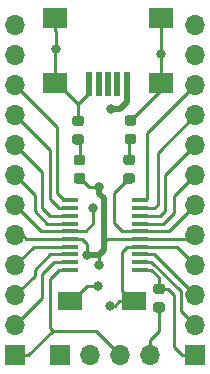
<source format=gtl>
G04 #@! TF.GenerationSoftware,KiCad,Pcbnew,(5.0.0)*
G04 #@! TF.CreationDate,2018-09-15T15:06:13-04:00*
G04 #@! TF.ProjectId,STMPod,53544D506F642E6B696361645F706362,rev?*
G04 #@! TF.SameCoordinates,Original*
G04 #@! TF.FileFunction,Copper,L1,Top,Signal*
G04 #@! TF.FilePolarity,Positive*
%FSLAX46Y46*%
G04 Gerber Fmt 4.6, Leading zero omitted, Abs format (unit mm)*
G04 Created by KiCad (PCBNEW (5.0.0)) date 09/15/18 15:06:13*
%MOMM*%
%LPD*%
G01*
G04 APERTURE LIST*
G04 #@! TA.AperFunction,SMDPad,CuDef*
%ADD10R,2.000000X1.600000*%
G04 #@! TD*
G04 #@! TA.AperFunction,SMDPad,CuDef*
%ADD11R,1.450000X0.450000*%
G04 #@! TD*
G04 #@! TA.AperFunction,ComponentPad*
%ADD12R,1.700000X1.700000*%
G04 #@! TD*
G04 #@! TA.AperFunction,ComponentPad*
%ADD13O,1.700000X1.700000*%
G04 #@! TD*
G04 #@! TA.AperFunction,SMDPad,CuDef*
%ADD14R,0.500000X2.000000*%
G04 #@! TD*
G04 #@! TA.AperFunction,SMDPad,CuDef*
%ADD15R,2.000000X1.700000*%
G04 #@! TD*
G04 #@! TA.AperFunction,Conductor*
%ADD16C,0.100000*%
G04 #@! TD*
G04 #@! TA.AperFunction,SMDPad,CuDef*
%ADD17C,0.875000*%
G04 #@! TD*
G04 #@! TA.AperFunction,ViaPad*
%ADD18C,0.800000*%
G04 #@! TD*
G04 #@! TA.AperFunction,Conductor*
%ADD19C,0.250000*%
G04 #@! TD*
G04 #@! TA.AperFunction,Conductor*
%ADD20C,0.500000*%
G04 #@! TD*
G04 APERTURE END LIST*
D10*
G04 #@! TO.P,SW1,2*
G04 #@! TO.N,GNDREF*
X172306000Y-97028000D03*
G04 #@! TO.P,SW1,1*
G04 #@! TO.N,/RESET*
X177706000Y-97028000D03*
G04 #@! TD*
D11*
G04 #@! TO.P,U1,1*
G04 #@! TO.N,/BOOT*
X178210000Y-94365000D03*
G04 #@! TO.P,U1,2*
G04 #@! TO.N,/OSC_0*
X178210000Y-93715000D03*
G04 #@! TO.P,U1,3*
G04 #@! TO.N,/OSC_1*
X178210000Y-93065000D03*
G04 #@! TO.P,U1,4*
G04 #@! TO.N,/RESET*
X178210000Y-92415000D03*
G04 #@! TO.P,U1,5*
G04 #@! TO.N,+3V3*
X178210000Y-91765000D03*
G04 #@! TO.P,U1,6*
G04 #@! TO.N,/PA0*
X178210000Y-91115000D03*
G04 #@! TO.P,U1,7*
G04 #@! TO.N,/PA1*
X178210000Y-90465000D03*
G04 #@! TO.P,U1,8*
G04 #@! TO.N,/PA2*
X178210000Y-89815000D03*
G04 #@! TO.P,U1,9*
G04 #@! TO.N,/PA3*
X178210000Y-89165000D03*
G04 #@! TO.P,U1,10*
G04 #@! TO.N,/PA4*
X178210000Y-88515000D03*
G04 #@! TO.P,U1,11*
G04 #@! TO.N,/PA5*
X172310000Y-88515000D03*
G04 #@! TO.P,U1,12*
G04 #@! TO.N,/PA6*
X172310000Y-89165000D03*
G04 #@! TO.P,U1,13*
G04 #@! TO.N,/PA7*
X172310000Y-89815000D03*
G04 #@! TO.P,U1,14*
G04 #@! TO.N,/PB1*
X172310000Y-90465000D03*
G04 #@! TO.P,U1,15*
G04 #@! TO.N,GNDREF*
X172310000Y-91115000D03*
G04 #@! TO.P,U1,16*
G04 #@! TO.N,+3V3*
X172310000Y-91765000D03*
G04 #@! TO.P,U1,17*
G04 #@! TO.N,/PA9*
X172310000Y-92415000D03*
G04 #@! TO.P,U1,18*
G04 #@! TO.N,/PA10*
X172310000Y-93065000D03*
G04 #@! TO.P,U1,19*
G04 #@! TO.N,/SWCLK*
X172310000Y-93715000D03*
G04 #@! TO.P,U1,20*
G04 #@! TO.N,/SWDIO*
X172310000Y-94365000D03*
G04 #@! TD*
D12*
G04 #@! TO.P,J1,1*
G04 #@! TO.N,+3V3*
X171450000Y-101600000D03*
D13*
G04 #@! TO.P,J1,2*
G04 #@! TO.N,/SWCLK*
X173990000Y-101600000D03*
G04 #@! TO.P,J1,3*
G04 #@! TO.N,/SWDIO*
X176530000Y-101600000D03*
G04 #@! TO.P,J1,4*
G04 #@! TO.N,GNDREF*
X179070000Y-101600000D03*
G04 #@! TD*
D12*
G04 #@! TO.P,J2,1*
G04 #@! TO.N,/BOOT*
X182880000Y-101600000D03*
D13*
G04 #@! TO.P,J2,2*
G04 #@! TO.N,/OSC_0*
X182880000Y-99060000D03*
G04 #@! TO.P,J2,3*
G04 #@! TO.N,/OSC_1*
X182880000Y-96520000D03*
G04 #@! TO.P,J2,4*
G04 #@! TO.N,/RESET*
X182880000Y-93980000D03*
G04 #@! TO.P,J2,5*
G04 #@! TO.N,+3V3*
X182880000Y-91440000D03*
G04 #@! TO.P,J2,6*
G04 #@! TO.N,/PA0*
X182880000Y-88900000D03*
G04 #@! TO.P,J2,7*
G04 #@! TO.N,/PA1*
X182880000Y-86360000D03*
G04 #@! TO.P,J2,8*
G04 #@! TO.N,/PA2*
X182880000Y-83820000D03*
G04 #@! TO.P,J2,9*
G04 #@! TO.N,/PA3*
X182880000Y-81280000D03*
G04 #@! TO.P,J2,10*
G04 #@! TO.N,/PA4*
X182880000Y-78740000D03*
G04 #@! TO.P,J2,11*
G04 #@! TO.N,+5V*
X182880000Y-76200000D03*
G04 #@! TO.P,J2,12*
G04 #@! TO.N,GNDREF*
X182880000Y-73660000D03*
G04 #@! TD*
G04 #@! TO.P,J3,12*
G04 #@! TO.N,GNDREF*
X167640000Y-73660000D03*
G04 #@! TO.P,J3,11*
G04 #@! TO.N,+3V3*
X167640000Y-76200000D03*
G04 #@! TO.P,J3,10*
G04 #@! TO.N,/PA5*
X167640000Y-78740000D03*
G04 #@! TO.P,J3,9*
G04 #@! TO.N,/PA6*
X167640000Y-81280000D03*
G04 #@! TO.P,J3,8*
G04 #@! TO.N,/PA7*
X167640000Y-83820000D03*
G04 #@! TO.P,J3,7*
G04 #@! TO.N,/PB1*
X167640000Y-86360000D03*
G04 #@! TO.P,J3,6*
G04 #@! TO.N,GNDREF*
X167640000Y-88900000D03*
G04 #@! TO.P,J3,5*
G04 #@! TO.N,+3V3*
X167640000Y-91440000D03*
G04 #@! TO.P,J3,4*
G04 #@! TO.N,/PA9*
X167640000Y-93980000D03*
G04 #@! TO.P,J3,3*
G04 #@! TO.N,/PA10*
X167640000Y-96520000D03*
G04 #@! TO.P,J3,2*
G04 #@! TO.N,/SWCLK*
X167640000Y-99060000D03*
D12*
G04 #@! TO.P,J3,1*
G04 #@! TO.N,/SWDIO*
X167640000Y-101600000D03*
G04 #@! TD*
D14*
G04 #@! TO.P,J4,1*
G04 #@! TO.N,+5V*
X177114000Y-78646000D03*
G04 #@! TO.P,J4,2*
G04 #@! TO.N,Net-(J4-Pad2)*
X176314000Y-78646000D03*
G04 #@! TO.P,J4,3*
G04 #@! TO.N,Net-(J4-Pad3)*
X175514000Y-78646000D03*
G04 #@! TO.P,J4,4*
G04 #@! TO.N,Net-(J4-Pad4)*
X174714000Y-78646000D03*
G04 #@! TO.P,J4,5*
G04 #@! TO.N,GNDREF*
X173914000Y-78646000D03*
D15*
G04 #@! TO.P,J4,6*
X179964000Y-78546000D03*
X179964000Y-73096000D03*
X171064000Y-78546000D03*
X171064000Y-73096000D03*
G04 #@! TD*
D16*
G04 #@! TO.N,/BOOT*
G04 #@! TO.C,R2*
G36*
X180109691Y-95550053D02*
X180130926Y-95553203D01*
X180151750Y-95558419D01*
X180171962Y-95565651D01*
X180191368Y-95574830D01*
X180209781Y-95585866D01*
X180227024Y-95598654D01*
X180242930Y-95613070D01*
X180257346Y-95628976D01*
X180270134Y-95646219D01*
X180281170Y-95664632D01*
X180290349Y-95684038D01*
X180297581Y-95704250D01*
X180302797Y-95725074D01*
X180305947Y-95746309D01*
X180307000Y-95767750D01*
X180307000Y-96205250D01*
X180305947Y-96226691D01*
X180302797Y-96247926D01*
X180297581Y-96268750D01*
X180290349Y-96288962D01*
X180281170Y-96308368D01*
X180270134Y-96326781D01*
X180257346Y-96344024D01*
X180242930Y-96359930D01*
X180227024Y-96374346D01*
X180209781Y-96387134D01*
X180191368Y-96398170D01*
X180171962Y-96407349D01*
X180151750Y-96414581D01*
X180130926Y-96419797D01*
X180109691Y-96422947D01*
X180088250Y-96424000D01*
X179575750Y-96424000D01*
X179554309Y-96422947D01*
X179533074Y-96419797D01*
X179512250Y-96414581D01*
X179492038Y-96407349D01*
X179472632Y-96398170D01*
X179454219Y-96387134D01*
X179436976Y-96374346D01*
X179421070Y-96359930D01*
X179406654Y-96344024D01*
X179393866Y-96326781D01*
X179382830Y-96308368D01*
X179373651Y-96288962D01*
X179366419Y-96268750D01*
X179361203Y-96247926D01*
X179358053Y-96226691D01*
X179357000Y-96205250D01*
X179357000Y-95767750D01*
X179358053Y-95746309D01*
X179361203Y-95725074D01*
X179366419Y-95704250D01*
X179373651Y-95684038D01*
X179382830Y-95664632D01*
X179393866Y-95646219D01*
X179406654Y-95628976D01*
X179421070Y-95613070D01*
X179436976Y-95598654D01*
X179454219Y-95585866D01*
X179472632Y-95574830D01*
X179492038Y-95565651D01*
X179512250Y-95558419D01*
X179533074Y-95553203D01*
X179554309Y-95550053D01*
X179575750Y-95549000D01*
X180088250Y-95549000D01*
X180109691Y-95550053D01*
X180109691Y-95550053D01*
G37*
D17*
G04 #@! TD*
G04 #@! TO.P,R2,1*
G04 #@! TO.N,/BOOT*
X179832000Y-95986500D03*
D16*
G04 #@! TO.N,GNDREF*
G04 #@! TO.C,R2*
G36*
X180109691Y-97125053D02*
X180130926Y-97128203D01*
X180151750Y-97133419D01*
X180171962Y-97140651D01*
X180191368Y-97149830D01*
X180209781Y-97160866D01*
X180227024Y-97173654D01*
X180242930Y-97188070D01*
X180257346Y-97203976D01*
X180270134Y-97221219D01*
X180281170Y-97239632D01*
X180290349Y-97259038D01*
X180297581Y-97279250D01*
X180302797Y-97300074D01*
X180305947Y-97321309D01*
X180307000Y-97342750D01*
X180307000Y-97780250D01*
X180305947Y-97801691D01*
X180302797Y-97822926D01*
X180297581Y-97843750D01*
X180290349Y-97863962D01*
X180281170Y-97883368D01*
X180270134Y-97901781D01*
X180257346Y-97919024D01*
X180242930Y-97934930D01*
X180227024Y-97949346D01*
X180209781Y-97962134D01*
X180191368Y-97973170D01*
X180171962Y-97982349D01*
X180151750Y-97989581D01*
X180130926Y-97994797D01*
X180109691Y-97997947D01*
X180088250Y-97999000D01*
X179575750Y-97999000D01*
X179554309Y-97997947D01*
X179533074Y-97994797D01*
X179512250Y-97989581D01*
X179492038Y-97982349D01*
X179472632Y-97973170D01*
X179454219Y-97962134D01*
X179436976Y-97949346D01*
X179421070Y-97934930D01*
X179406654Y-97919024D01*
X179393866Y-97901781D01*
X179382830Y-97883368D01*
X179373651Y-97863962D01*
X179366419Y-97843750D01*
X179361203Y-97822926D01*
X179358053Y-97801691D01*
X179357000Y-97780250D01*
X179357000Y-97342750D01*
X179358053Y-97321309D01*
X179361203Y-97300074D01*
X179366419Y-97279250D01*
X179373651Y-97259038D01*
X179382830Y-97239632D01*
X179393866Y-97221219D01*
X179406654Y-97203976D01*
X179421070Y-97188070D01*
X179436976Y-97173654D01*
X179454219Y-97160866D01*
X179472632Y-97149830D01*
X179492038Y-97140651D01*
X179512250Y-97133419D01*
X179533074Y-97128203D01*
X179554309Y-97125053D01*
X179575750Y-97124000D01*
X180088250Y-97124000D01*
X180109691Y-97125053D01*
X180109691Y-97125053D01*
G37*
D17*
G04 #@! TD*
G04 #@! TO.P,R2,2*
G04 #@! TO.N,GNDREF*
X179832000Y-97561500D03*
D16*
G04 #@! TO.N,GNDREF*
G04 #@! TO.C,R3*
G36*
X173251691Y-81326053D02*
X173272926Y-81329203D01*
X173293750Y-81334419D01*
X173313962Y-81341651D01*
X173333368Y-81350830D01*
X173351781Y-81361866D01*
X173369024Y-81374654D01*
X173384930Y-81389070D01*
X173399346Y-81404976D01*
X173412134Y-81422219D01*
X173423170Y-81440632D01*
X173432349Y-81460038D01*
X173439581Y-81480250D01*
X173444797Y-81501074D01*
X173447947Y-81522309D01*
X173449000Y-81543750D01*
X173449000Y-81981250D01*
X173447947Y-82002691D01*
X173444797Y-82023926D01*
X173439581Y-82044750D01*
X173432349Y-82064962D01*
X173423170Y-82084368D01*
X173412134Y-82102781D01*
X173399346Y-82120024D01*
X173384930Y-82135930D01*
X173369024Y-82150346D01*
X173351781Y-82163134D01*
X173333368Y-82174170D01*
X173313962Y-82183349D01*
X173293750Y-82190581D01*
X173272926Y-82195797D01*
X173251691Y-82198947D01*
X173230250Y-82200000D01*
X172717750Y-82200000D01*
X172696309Y-82198947D01*
X172675074Y-82195797D01*
X172654250Y-82190581D01*
X172634038Y-82183349D01*
X172614632Y-82174170D01*
X172596219Y-82163134D01*
X172578976Y-82150346D01*
X172563070Y-82135930D01*
X172548654Y-82120024D01*
X172535866Y-82102781D01*
X172524830Y-82084368D01*
X172515651Y-82064962D01*
X172508419Y-82044750D01*
X172503203Y-82023926D01*
X172500053Y-82002691D01*
X172499000Y-81981250D01*
X172499000Y-81543750D01*
X172500053Y-81522309D01*
X172503203Y-81501074D01*
X172508419Y-81480250D01*
X172515651Y-81460038D01*
X172524830Y-81440632D01*
X172535866Y-81422219D01*
X172548654Y-81404976D01*
X172563070Y-81389070D01*
X172578976Y-81374654D01*
X172596219Y-81361866D01*
X172614632Y-81350830D01*
X172634038Y-81341651D01*
X172654250Y-81334419D01*
X172675074Y-81329203D01*
X172696309Y-81326053D01*
X172717750Y-81325000D01*
X173230250Y-81325000D01*
X173251691Y-81326053D01*
X173251691Y-81326053D01*
G37*
D17*
G04 #@! TD*
G04 #@! TO.P,R3,2*
G04 #@! TO.N,GNDREF*
X172974000Y-81762500D03*
D16*
G04 #@! TO.N,Net-(D1-Pad1)*
G04 #@! TO.C,R3*
G36*
X173251691Y-82901053D02*
X173272926Y-82904203D01*
X173293750Y-82909419D01*
X173313962Y-82916651D01*
X173333368Y-82925830D01*
X173351781Y-82936866D01*
X173369024Y-82949654D01*
X173384930Y-82964070D01*
X173399346Y-82979976D01*
X173412134Y-82997219D01*
X173423170Y-83015632D01*
X173432349Y-83035038D01*
X173439581Y-83055250D01*
X173444797Y-83076074D01*
X173447947Y-83097309D01*
X173449000Y-83118750D01*
X173449000Y-83556250D01*
X173447947Y-83577691D01*
X173444797Y-83598926D01*
X173439581Y-83619750D01*
X173432349Y-83639962D01*
X173423170Y-83659368D01*
X173412134Y-83677781D01*
X173399346Y-83695024D01*
X173384930Y-83710930D01*
X173369024Y-83725346D01*
X173351781Y-83738134D01*
X173333368Y-83749170D01*
X173313962Y-83758349D01*
X173293750Y-83765581D01*
X173272926Y-83770797D01*
X173251691Y-83773947D01*
X173230250Y-83775000D01*
X172717750Y-83775000D01*
X172696309Y-83773947D01*
X172675074Y-83770797D01*
X172654250Y-83765581D01*
X172634038Y-83758349D01*
X172614632Y-83749170D01*
X172596219Y-83738134D01*
X172578976Y-83725346D01*
X172563070Y-83710930D01*
X172548654Y-83695024D01*
X172535866Y-83677781D01*
X172524830Y-83659368D01*
X172515651Y-83639962D01*
X172508419Y-83619750D01*
X172503203Y-83598926D01*
X172500053Y-83577691D01*
X172499000Y-83556250D01*
X172499000Y-83118750D01*
X172500053Y-83097309D01*
X172503203Y-83076074D01*
X172508419Y-83055250D01*
X172515651Y-83035038D01*
X172524830Y-83015632D01*
X172535866Y-82997219D01*
X172548654Y-82979976D01*
X172563070Y-82964070D01*
X172578976Y-82949654D01*
X172596219Y-82936866D01*
X172614632Y-82925830D01*
X172634038Y-82916651D01*
X172654250Y-82909419D01*
X172675074Y-82904203D01*
X172696309Y-82901053D01*
X172717750Y-82900000D01*
X173230250Y-82900000D01*
X173251691Y-82901053D01*
X173251691Y-82901053D01*
G37*
D17*
G04 #@! TD*
G04 #@! TO.P,R3,1*
G04 #@! TO.N,Net-(D1-Pad1)*
X172974000Y-83337500D03*
D16*
G04 #@! TO.N,Net-(D2-Pad1)*
G04 #@! TO.C,R4*
G36*
X177696691Y-82875553D02*
X177717926Y-82878703D01*
X177738750Y-82883919D01*
X177758962Y-82891151D01*
X177778368Y-82900330D01*
X177796781Y-82911366D01*
X177814024Y-82924154D01*
X177829930Y-82938570D01*
X177844346Y-82954476D01*
X177857134Y-82971719D01*
X177868170Y-82990132D01*
X177877349Y-83009538D01*
X177884581Y-83029750D01*
X177889797Y-83050574D01*
X177892947Y-83071809D01*
X177894000Y-83093250D01*
X177894000Y-83530750D01*
X177892947Y-83552191D01*
X177889797Y-83573426D01*
X177884581Y-83594250D01*
X177877349Y-83614462D01*
X177868170Y-83633868D01*
X177857134Y-83652281D01*
X177844346Y-83669524D01*
X177829930Y-83685430D01*
X177814024Y-83699846D01*
X177796781Y-83712634D01*
X177778368Y-83723670D01*
X177758962Y-83732849D01*
X177738750Y-83740081D01*
X177717926Y-83745297D01*
X177696691Y-83748447D01*
X177675250Y-83749500D01*
X177162750Y-83749500D01*
X177141309Y-83748447D01*
X177120074Y-83745297D01*
X177099250Y-83740081D01*
X177079038Y-83732849D01*
X177059632Y-83723670D01*
X177041219Y-83712634D01*
X177023976Y-83699846D01*
X177008070Y-83685430D01*
X176993654Y-83669524D01*
X176980866Y-83652281D01*
X176969830Y-83633868D01*
X176960651Y-83614462D01*
X176953419Y-83594250D01*
X176948203Y-83573426D01*
X176945053Y-83552191D01*
X176944000Y-83530750D01*
X176944000Y-83093250D01*
X176945053Y-83071809D01*
X176948203Y-83050574D01*
X176953419Y-83029750D01*
X176960651Y-83009538D01*
X176969830Y-82990132D01*
X176980866Y-82971719D01*
X176993654Y-82954476D01*
X177008070Y-82938570D01*
X177023976Y-82924154D01*
X177041219Y-82911366D01*
X177059632Y-82900330D01*
X177079038Y-82891151D01*
X177099250Y-82883919D01*
X177120074Y-82878703D01*
X177141309Y-82875553D01*
X177162750Y-82874500D01*
X177675250Y-82874500D01*
X177696691Y-82875553D01*
X177696691Y-82875553D01*
G37*
D17*
G04 #@! TD*
G04 #@! TO.P,R4,1*
G04 #@! TO.N,Net-(D2-Pad1)*
X177419000Y-83312000D03*
D16*
G04 #@! TO.N,GNDREF*
G04 #@! TO.C,R4*
G36*
X177696691Y-81300553D02*
X177717926Y-81303703D01*
X177738750Y-81308919D01*
X177758962Y-81316151D01*
X177778368Y-81325330D01*
X177796781Y-81336366D01*
X177814024Y-81349154D01*
X177829930Y-81363570D01*
X177844346Y-81379476D01*
X177857134Y-81396719D01*
X177868170Y-81415132D01*
X177877349Y-81434538D01*
X177884581Y-81454750D01*
X177889797Y-81475574D01*
X177892947Y-81496809D01*
X177894000Y-81518250D01*
X177894000Y-81955750D01*
X177892947Y-81977191D01*
X177889797Y-81998426D01*
X177884581Y-82019250D01*
X177877349Y-82039462D01*
X177868170Y-82058868D01*
X177857134Y-82077281D01*
X177844346Y-82094524D01*
X177829930Y-82110430D01*
X177814024Y-82124846D01*
X177796781Y-82137634D01*
X177778368Y-82148670D01*
X177758962Y-82157849D01*
X177738750Y-82165081D01*
X177717926Y-82170297D01*
X177696691Y-82173447D01*
X177675250Y-82174500D01*
X177162750Y-82174500D01*
X177141309Y-82173447D01*
X177120074Y-82170297D01*
X177099250Y-82165081D01*
X177079038Y-82157849D01*
X177059632Y-82148670D01*
X177041219Y-82137634D01*
X177023976Y-82124846D01*
X177008070Y-82110430D01*
X176993654Y-82094524D01*
X176980866Y-82077281D01*
X176969830Y-82058868D01*
X176960651Y-82039462D01*
X176953419Y-82019250D01*
X176948203Y-81998426D01*
X176945053Y-81977191D01*
X176944000Y-81955750D01*
X176944000Y-81518250D01*
X176945053Y-81496809D01*
X176948203Y-81475574D01*
X176953419Y-81454750D01*
X176960651Y-81434538D01*
X176969830Y-81415132D01*
X176980866Y-81396719D01*
X176993654Y-81379476D01*
X177008070Y-81363570D01*
X177023976Y-81349154D01*
X177041219Y-81336366D01*
X177059632Y-81325330D01*
X177079038Y-81316151D01*
X177099250Y-81308919D01*
X177120074Y-81303703D01*
X177141309Y-81300553D01*
X177162750Y-81299500D01*
X177675250Y-81299500D01*
X177696691Y-81300553D01*
X177696691Y-81300553D01*
G37*
D17*
G04 #@! TD*
G04 #@! TO.P,R4,2*
G04 #@! TO.N,GNDREF*
X177419000Y-81737000D03*
D16*
G04 #@! TO.N,Net-(D1-Pad1)*
G04 #@! TO.C,D1*
G36*
X173378691Y-84628053D02*
X173399926Y-84631203D01*
X173420750Y-84636419D01*
X173440962Y-84643651D01*
X173460368Y-84652830D01*
X173478781Y-84663866D01*
X173496024Y-84676654D01*
X173511930Y-84691070D01*
X173526346Y-84706976D01*
X173539134Y-84724219D01*
X173550170Y-84742632D01*
X173559349Y-84762038D01*
X173566581Y-84782250D01*
X173571797Y-84803074D01*
X173574947Y-84824309D01*
X173576000Y-84845750D01*
X173576000Y-85283250D01*
X173574947Y-85304691D01*
X173571797Y-85325926D01*
X173566581Y-85346750D01*
X173559349Y-85366962D01*
X173550170Y-85386368D01*
X173539134Y-85404781D01*
X173526346Y-85422024D01*
X173511930Y-85437930D01*
X173496024Y-85452346D01*
X173478781Y-85465134D01*
X173460368Y-85476170D01*
X173440962Y-85485349D01*
X173420750Y-85492581D01*
X173399926Y-85497797D01*
X173378691Y-85500947D01*
X173357250Y-85502000D01*
X172844750Y-85502000D01*
X172823309Y-85500947D01*
X172802074Y-85497797D01*
X172781250Y-85492581D01*
X172761038Y-85485349D01*
X172741632Y-85476170D01*
X172723219Y-85465134D01*
X172705976Y-85452346D01*
X172690070Y-85437930D01*
X172675654Y-85422024D01*
X172662866Y-85404781D01*
X172651830Y-85386368D01*
X172642651Y-85366962D01*
X172635419Y-85346750D01*
X172630203Y-85325926D01*
X172627053Y-85304691D01*
X172626000Y-85283250D01*
X172626000Y-84845750D01*
X172627053Y-84824309D01*
X172630203Y-84803074D01*
X172635419Y-84782250D01*
X172642651Y-84762038D01*
X172651830Y-84742632D01*
X172662866Y-84724219D01*
X172675654Y-84706976D01*
X172690070Y-84691070D01*
X172705976Y-84676654D01*
X172723219Y-84663866D01*
X172741632Y-84652830D01*
X172761038Y-84643651D01*
X172781250Y-84636419D01*
X172802074Y-84631203D01*
X172823309Y-84628053D01*
X172844750Y-84627000D01*
X173357250Y-84627000D01*
X173378691Y-84628053D01*
X173378691Y-84628053D01*
G37*
D17*
G04 #@! TD*
G04 #@! TO.P,D1,1*
G04 #@! TO.N,Net-(D1-Pad1)*
X173101000Y-85064500D03*
D16*
G04 #@! TO.N,+3V3*
G04 #@! TO.C,D1*
G36*
X173378691Y-86203053D02*
X173399926Y-86206203D01*
X173420750Y-86211419D01*
X173440962Y-86218651D01*
X173460368Y-86227830D01*
X173478781Y-86238866D01*
X173496024Y-86251654D01*
X173511930Y-86266070D01*
X173526346Y-86281976D01*
X173539134Y-86299219D01*
X173550170Y-86317632D01*
X173559349Y-86337038D01*
X173566581Y-86357250D01*
X173571797Y-86378074D01*
X173574947Y-86399309D01*
X173576000Y-86420750D01*
X173576000Y-86858250D01*
X173574947Y-86879691D01*
X173571797Y-86900926D01*
X173566581Y-86921750D01*
X173559349Y-86941962D01*
X173550170Y-86961368D01*
X173539134Y-86979781D01*
X173526346Y-86997024D01*
X173511930Y-87012930D01*
X173496024Y-87027346D01*
X173478781Y-87040134D01*
X173460368Y-87051170D01*
X173440962Y-87060349D01*
X173420750Y-87067581D01*
X173399926Y-87072797D01*
X173378691Y-87075947D01*
X173357250Y-87077000D01*
X172844750Y-87077000D01*
X172823309Y-87075947D01*
X172802074Y-87072797D01*
X172781250Y-87067581D01*
X172761038Y-87060349D01*
X172741632Y-87051170D01*
X172723219Y-87040134D01*
X172705976Y-87027346D01*
X172690070Y-87012930D01*
X172675654Y-86997024D01*
X172662866Y-86979781D01*
X172651830Y-86961368D01*
X172642651Y-86941962D01*
X172635419Y-86921750D01*
X172630203Y-86900926D01*
X172627053Y-86879691D01*
X172626000Y-86858250D01*
X172626000Y-86420750D01*
X172627053Y-86399309D01*
X172630203Y-86378074D01*
X172635419Y-86357250D01*
X172642651Y-86337038D01*
X172651830Y-86317632D01*
X172662866Y-86299219D01*
X172675654Y-86281976D01*
X172690070Y-86266070D01*
X172705976Y-86251654D01*
X172723219Y-86238866D01*
X172741632Y-86227830D01*
X172761038Y-86218651D01*
X172781250Y-86211419D01*
X172802074Y-86206203D01*
X172823309Y-86203053D01*
X172844750Y-86202000D01*
X173357250Y-86202000D01*
X173378691Y-86203053D01*
X173378691Y-86203053D01*
G37*
D17*
G04 #@! TD*
G04 #@! TO.P,D1,2*
G04 #@! TO.N,+3V3*
X173101000Y-86639500D03*
D16*
G04 #@! TO.N,/PA0*
G04 #@! TO.C,D2*
G36*
X177569691Y-86203053D02*
X177590926Y-86206203D01*
X177611750Y-86211419D01*
X177631962Y-86218651D01*
X177651368Y-86227830D01*
X177669781Y-86238866D01*
X177687024Y-86251654D01*
X177702930Y-86266070D01*
X177717346Y-86281976D01*
X177730134Y-86299219D01*
X177741170Y-86317632D01*
X177750349Y-86337038D01*
X177757581Y-86357250D01*
X177762797Y-86378074D01*
X177765947Y-86399309D01*
X177767000Y-86420750D01*
X177767000Y-86858250D01*
X177765947Y-86879691D01*
X177762797Y-86900926D01*
X177757581Y-86921750D01*
X177750349Y-86941962D01*
X177741170Y-86961368D01*
X177730134Y-86979781D01*
X177717346Y-86997024D01*
X177702930Y-87012930D01*
X177687024Y-87027346D01*
X177669781Y-87040134D01*
X177651368Y-87051170D01*
X177631962Y-87060349D01*
X177611750Y-87067581D01*
X177590926Y-87072797D01*
X177569691Y-87075947D01*
X177548250Y-87077000D01*
X177035750Y-87077000D01*
X177014309Y-87075947D01*
X176993074Y-87072797D01*
X176972250Y-87067581D01*
X176952038Y-87060349D01*
X176932632Y-87051170D01*
X176914219Y-87040134D01*
X176896976Y-87027346D01*
X176881070Y-87012930D01*
X176866654Y-86997024D01*
X176853866Y-86979781D01*
X176842830Y-86961368D01*
X176833651Y-86941962D01*
X176826419Y-86921750D01*
X176821203Y-86900926D01*
X176818053Y-86879691D01*
X176817000Y-86858250D01*
X176817000Y-86420750D01*
X176818053Y-86399309D01*
X176821203Y-86378074D01*
X176826419Y-86357250D01*
X176833651Y-86337038D01*
X176842830Y-86317632D01*
X176853866Y-86299219D01*
X176866654Y-86281976D01*
X176881070Y-86266070D01*
X176896976Y-86251654D01*
X176914219Y-86238866D01*
X176932632Y-86227830D01*
X176952038Y-86218651D01*
X176972250Y-86211419D01*
X176993074Y-86206203D01*
X177014309Y-86203053D01*
X177035750Y-86202000D01*
X177548250Y-86202000D01*
X177569691Y-86203053D01*
X177569691Y-86203053D01*
G37*
D17*
G04 #@! TD*
G04 #@! TO.P,D2,2*
G04 #@! TO.N,/PA0*
X177292000Y-86639500D03*
D16*
G04 #@! TO.N,Net-(D2-Pad1)*
G04 #@! TO.C,D2*
G36*
X177569691Y-84628053D02*
X177590926Y-84631203D01*
X177611750Y-84636419D01*
X177631962Y-84643651D01*
X177651368Y-84652830D01*
X177669781Y-84663866D01*
X177687024Y-84676654D01*
X177702930Y-84691070D01*
X177717346Y-84706976D01*
X177730134Y-84724219D01*
X177741170Y-84742632D01*
X177750349Y-84762038D01*
X177757581Y-84782250D01*
X177762797Y-84803074D01*
X177765947Y-84824309D01*
X177767000Y-84845750D01*
X177767000Y-85283250D01*
X177765947Y-85304691D01*
X177762797Y-85325926D01*
X177757581Y-85346750D01*
X177750349Y-85366962D01*
X177741170Y-85386368D01*
X177730134Y-85404781D01*
X177717346Y-85422024D01*
X177702930Y-85437930D01*
X177687024Y-85452346D01*
X177669781Y-85465134D01*
X177651368Y-85476170D01*
X177631962Y-85485349D01*
X177611750Y-85492581D01*
X177590926Y-85497797D01*
X177569691Y-85500947D01*
X177548250Y-85502000D01*
X177035750Y-85502000D01*
X177014309Y-85500947D01*
X176993074Y-85497797D01*
X176972250Y-85492581D01*
X176952038Y-85485349D01*
X176932632Y-85476170D01*
X176914219Y-85465134D01*
X176896976Y-85452346D01*
X176881070Y-85437930D01*
X176866654Y-85422024D01*
X176853866Y-85404781D01*
X176842830Y-85386368D01*
X176833651Y-85366962D01*
X176826419Y-85346750D01*
X176821203Y-85325926D01*
X176818053Y-85304691D01*
X176817000Y-85283250D01*
X176817000Y-84845750D01*
X176818053Y-84824309D01*
X176821203Y-84803074D01*
X176826419Y-84782250D01*
X176833651Y-84762038D01*
X176842830Y-84742632D01*
X176853866Y-84724219D01*
X176866654Y-84706976D01*
X176881070Y-84691070D01*
X176896976Y-84676654D01*
X176914219Y-84663866D01*
X176932632Y-84652830D01*
X176952038Y-84643651D01*
X176972250Y-84636419D01*
X176993074Y-84631203D01*
X177014309Y-84628053D01*
X177035750Y-84627000D01*
X177548250Y-84627000D01*
X177569691Y-84628053D01*
X177569691Y-84628053D01*
G37*
D17*
G04 #@! TD*
G04 #@! TO.P,D2,1*
G04 #@! TO.N,Net-(D2-Pad1)*
X177292000Y-85064500D03*
D18*
G04 #@! TO.N,+3V3*
X173736000Y-93091000D03*
X174752000Y-87376000D03*
X174752000Y-93979994D03*
G04 #@! TO.N,/RESET*
X175641000Y-97409000D03*
G04 #@! TO.N,GNDREF*
X174244000Y-89154000D03*
X171069000Y-75692000D03*
X179959000Y-76073000D03*
X174625000Y-95758000D03*
G04 #@! TO.N,+5V*
X175768000Y-80772000D03*
G04 #@! TD*
D19*
G04 #@! TO.N,+3V3*
X182555000Y-91765000D02*
X182880000Y-91440000D01*
X178210000Y-91765000D02*
X182555000Y-91765000D01*
X171335000Y-91765000D02*
X172310000Y-91765000D01*
X168600000Y-91765000D02*
X171335000Y-91765000D01*
X167640000Y-91440000D02*
X168275000Y-91440000D01*
X168275000Y-91440000D02*
X168600000Y-91765000D01*
X173736000Y-92525315D02*
X173736000Y-93091000D01*
X173285000Y-91765000D02*
X173736000Y-92216000D01*
X172310000Y-91765000D02*
X173285000Y-91765000D01*
X173736000Y-92216000D02*
X173736000Y-92525315D01*
D20*
X174752000Y-87941685D02*
X175133000Y-88322685D01*
X174752000Y-87376000D02*
X174752000Y-87941685D01*
X175133000Y-88322685D02*
X175133000Y-92710006D01*
X174752006Y-93091000D02*
X175133000Y-92710006D01*
X173736000Y-93091000D02*
X174752006Y-93091000D01*
D19*
X173863000Y-87376000D02*
X174752000Y-87376000D01*
X173101000Y-86639500D02*
X173126500Y-86639500D01*
X173126500Y-86639500D02*
X173863000Y-87376000D01*
D20*
X174879006Y-92964000D02*
X174879000Y-92964000D01*
X175133000Y-92710006D02*
X174879006Y-92964000D01*
D19*
X174752000Y-93091000D02*
X174752000Y-93979994D01*
X175260000Y-92583000D02*
X174752000Y-93091000D01*
X175260000Y-91948000D02*
X175260000Y-92583000D01*
X178210000Y-91765000D02*
X175443000Y-91765000D01*
X175443000Y-91765000D02*
X175260000Y-91948000D01*
G04 #@! TO.N,/RESET*
X181315000Y-92415000D02*
X182880000Y-93980000D01*
X178210000Y-92415000D02*
X181315000Y-92415000D01*
X176456000Y-97028000D02*
X176075000Y-97409000D01*
X177706000Y-97028000D02*
X176456000Y-97028000D01*
X176075000Y-97409000D02*
X175641000Y-97409000D01*
X177506000Y-97028000D02*
X177706000Y-97028000D01*
X176657000Y-96179000D02*
X177506000Y-97028000D01*
X176657000Y-92837000D02*
X176657000Y-96179000D01*
X178210000Y-92415000D02*
X177079000Y-92415000D01*
X177079000Y-92415000D02*
X176657000Y-92837000D01*
G04 #@! TO.N,GNDREF*
X179964000Y-79192000D02*
X179964000Y-78546000D01*
X177419000Y-81737000D02*
X179964000Y-79192000D01*
X171214000Y-78546000D02*
X171064000Y-78546000D01*
X172974000Y-80306000D02*
X171214000Y-78546000D01*
X172974000Y-81762500D02*
X172974000Y-80306000D01*
X173004000Y-80306000D02*
X172974000Y-80306000D01*
X173914000Y-79396000D02*
X173004000Y-80306000D01*
X173914000Y-78646000D02*
X173914000Y-79396000D01*
X171335000Y-91115000D02*
X172310000Y-91115000D01*
X167640000Y-88900000D02*
X169855000Y-91115000D01*
X169855000Y-91115000D02*
X171335000Y-91115000D01*
X179070000Y-100355500D02*
X179832000Y-99593500D01*
X179070000Y-101600000D02*
X179070000Y-100355500D01*
X173285000Y-91115000D02*
X173341000Y-91059000D01*
X172310000Y-91115000D02*
X173285000Y-91115000D01*
X173341000Y-91059000D02*
X173609000Y-91059000D01*
X173609000Y-91059000D02*
X174244000Y-90424000D01*
X174244000Y-90424000D02*
X174244000Y-89154000D01*
X171064000Y-74196000D02*
X171069000Y-74201000D01*
X171064000Y-73096000D02*
X171064000Y-74196000D01*
X171069000Y-74201000D02*
X171069000Y-75692000D01*
X171064000Y-75697000D02*
X171069000Y-75692000D01*
X171064000Y-78546000D02*
X171064000Y-75697000D01*
X179964000Y-77446000D02*
X179959000Y-77441000D01*
X179964000Y-78546000D02*
X179964000Y-77446000D01*
X179959000Y-77441000D02*
X179959000Y-76073000D01*
X179964000Y-76068000D02*
X179959000Y-76073000D01*
X179964000Y-73096000D02*
X179964000Y-76068000D01*
X172306000Y-97028000D02*
X172466000Y-97028000D01*
X172466000Y-97028000D02*
X173736000Y-95758000D01*
X173736000Y-95758000D02*
X174625000Y-95758000D01*
X179832000Y-99593500D02*
X179832000Y-97561500D01*
G04 #@! TO.N,/BOOT*
X178210000Y-94365000D02*
X178820000Y-94365000D01*
X179832000Y-95012000D02*
X179832000Y-95986500D01*
X178210000Y-94365000D02*
X179185000Y-94365000D01*
X179185000Y-94365000D02*
X179832000Y-95012000D01*
X181780000Y-101600000D02*
X182880000Y-101600000D01*
X181102000Y-100922000D02*
X181780000Y-101600000D01*
X181102000Y-96520000D02*
X181102000Y-100922000D01*
X179832000Y-95986500D02*
X180568500Y-95986500D01*
X180568500Y-95986500D02*
X181102000Y-96520000D01*
G04 #@! TO.N,/OSC_0*
X178210000Y-93715000D02*
X179185000Y-93715000D01*
X179185000Y-93715000D02*
X181679011Y-96209011D01*
X181679011Y-96209011D02*
X181679011Y-97859011D01*
X182030001Y-98210001D02*
X182880000Y-99060000D01*
X181679011Y-97859011D02*
X182030001Y-98210001D01*
G04 #@! TO.N,/OSC_1*
X181483000Y-95123000D02*
X182880000Y-96520000D01*
X178210000Y-93065000D02*
X179425000Y-93065000D01*
X179425000Y-93065000D02*
X181483000Y-95123000D01*
G04 #@! TO.N,/SWCLK*
X169926000Y-96774000D02*
X167640000Y-99060000D01*
X169926000Y-94742000D02*
X169926000Y-96774000D01*
X170942000Y-93726000D02*
X169926000Y-94742000D01*
X171324000Y-93726000D02*
X170942000Y-93726000D01*
X172310000Y-93715000D02*
X171335000Y-93715000D01*
X171335000Y-93715000D02*
X171324000Y-93726000D01*
G04 #@! TO.N,/SWDIO*
X168740000Y-101600000D02*
X167640000Y-101600000D01*
X170815000Y-99525000D02*
X168740000Y-101600000D01*
X174455000Y-99525000D02*
X176530000Y-101600000D01*
X170815000Y-99525000D02*
X174455000Y-99525000D01*
X170561000Y-99271000D02*
X170815000Y-99525000D01*
X170561000Y-95139000D02*
X170561000Y-99271000D01*
X172310000Y-94365000D02*
X171335000Y-94365000D01*
X171335000Y-94365000D02*
X170561000Y-95139000D01*
D20*
G04 #@! TO.N,+5V*
X177114000Y-80146000D02*
X176488000Y-80772000D01*
X176488000Y-80772000D02*
X176333685Y-80772000D01*
X176333685Y-80772000D02*
X175768000Y-80772000D01*
X177114000Y-78646000D02*
X177114000Y-80146000D01*
D19*
G04 #@! TO.N,/PA0*
X178210000Y-91115000D02*
X180665000Y-91115000D01*
X182030001Y-89749999D02*
X182880000Y-88900000D01*
X180665000Y-91115000D02*
X182030001Y-89749999D01*
X178210000Y-91115000D02*
X176713000Y-91115000D01*
X176713000Y-91115000D02*
X176022000Y-90424000D01*
X176022000Y-87909500D02*
X177292000Y-86639500D01*
X176022000Y-90424000D02*
X176022000Y-87909500D01*
G04 #@! TO.N,/PA1*
X181102000Y-88138000D02*
X182880000Y-86360000D01*
X181102000Y-89535000D02*
X181102000Y-88138000D01*
X178210000Y-90465000D02*
X180172000Y-90465000D01*
X180172000Y-90465000D02*
X181102000Y-89535000D01*
G04 #@! TO.N,/PA2*
X180340000Y-86360000D02*
X182880000Y-83820000D01*
X180340000Y-89408000D02*
X180340000Y-86360000D01*
X178210000Y-89815000D02*
X179933000Y-89815000D01*
X179933000Y-89815000D02*
X180340000Y-89408000D01*
G04 #@! TO.N,/PA3*
X178210000Y-89165000D02*
X179440000Y-89165000D01*
X179440000Y-89165000D02*
X179705000Y-88900000D01*
X179705000Y-84455000D02*
X182880000Y-81280000D01*
X179705000Y-88900000D02*
X179705000Y-84455000D01*
G04 #@! TO.N,/PA4*
X178816000Y-82804000D02*
X182880000Y-78740000D01*
X178816000Y-88392000D02*
X178816000Y-82804000D01*
X178210000Y-88515000D02*
X178693000Y-88515000D01*
X178693000Y-88515000D02*
X178816000Y-88392000D01*
G04 #@! TO.N,/PA10*
X169291000Y-94869000D02*
X167640000Y-96520000D01*
X169291000Y-94359589D02*
X169291000Y-94869000D01*
X172310000Y-93065000D02*
X170585589Y-93065000D01*
X170585589Y-93065000D02*
X169291000Y-94359589D01*
G04 #@! TO.N,/PA9*
X169205000Y-92415000D02*
X172310000Y-92415000D01*
X167640000Y-93980000D02*
X169205000Y-92415000D01*
G04 #@! TO.N,/PB1*
X170348000Y-90465000D02*
X172310000Y-90465000D01*
X169291000Y-89408000D02*
X170348000Y-90465000D01*
X167640000Y-86360000D02*
X169291000Y-88011000D01*
X169291000Y-88011000D02*
X169291000Y-89408000D01*
G04 #@! TO.N,/PA7*
X170587000Y-89815000D02*
X172310000Y-89815000D01*
X169926000Y-89154000D02*
X170587000Y-89815000D01*
X167640000Y-83820000D02*
X169926000Y-86106000D01*
X169926000Y-86106000D02*
X169926000Y-89154000D01*
G04 #@! TO.N,/PA6*
X171335000Y-89165000D02*
X172310000Y-89165000D01*
X170561000Y-88391000D02*
X171335000Y-89165000D01*
X167640000Y-81280000D02*
X170561000Y-84201000D01*
X170561000Y-84201000D02*
X170561000Y-88391000D01*
G04 #@! TO.N,/PA5*
X171810000Y-88515000D02*
X172310000Y-88515000D01*
X171196000Y-87901000D02*
X171810000Y-88515000D01*
X167640000Y-78740000D02*
X171196000Y-82296000D01*
X171196000Y-82296000D02*
X171196000Y-87901000D01*
G04 #@! TO.N,Net-(D1-Pad1)*
X173101000Y-83464500D02*
X172974000Y-83337500D01*
X173101000Y-85064500D02*
X173101000Y-83464500D01*
G04 #@! TO.N,Net-(D2-Pad1)*
X177292000Y-83439000D02*
X177419000Y-83312000D01*
X177292000Y-85064500D02*
X177292000Y-83439000D01*
G04 #@! TD*
M02*

</source>
